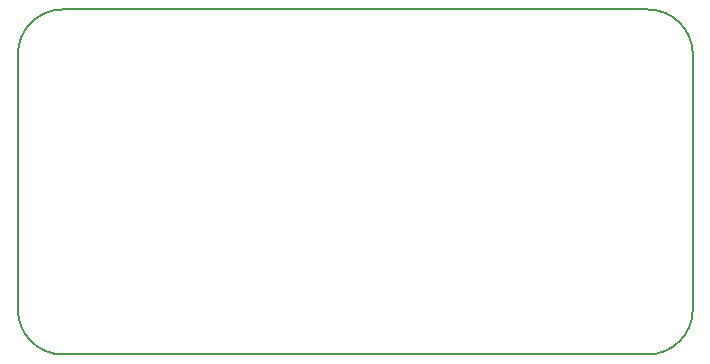
<source format=gbr>
G04 #@! TF.FileFunction,Profile,NP*
%FSLAX46Y46*%
G04 Gerber Fmt 4.6, Leading zero omitted, Abs format (unit mm)*
G04 Created by KiCad (PCBNEW 4.0.5) date 05/18/17 14:57:18*
%MOMM*%
%LPD*%
G01*
G04 APERTURE LIST*
%ADD10C,0.100000*%
%ADD11C,0.150000*%
G04 APERTURE END LIST*
D10*
D11*
X243840000Y-127000000D02*
G75*
G03X247650000Y-123190000I0J3810000D01*
G01*
X247650000Y-101600000D02*
G75*
G03X243840000Y-97790000I-3810000J0D01*
G01*
X194310000Y-97790000D02*
G75*
G03X190500000Y-101600000I0J-3810000D01*
G01*
X190500000Y-123190000D02*
G75*
G03X194310000Y-127000000I3810000J0D01*
G01*
X190500000Y-101600000D02*
X190500000Y-123190000D01*
X243840000Y-97790000D02*
X194310000Y-97790000D01*
X247650000Y-123190000D02*
X247650000Y-101600000D01*
X194310000Y-127000000D02*
X243840000Y-127000000D01*
M02*

</source>
